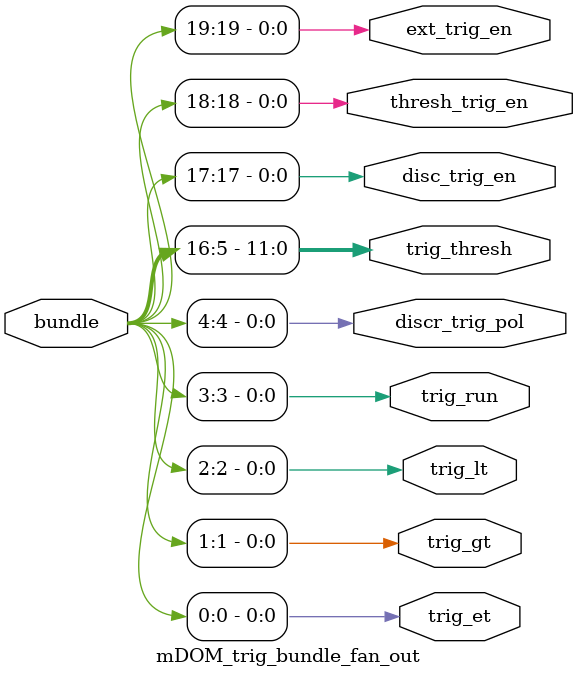
<source format=v>
module mDOM_trig_bundle_fan_out
  (
   bundle,
   trig_et,
   trig_gt,
   trig_lt,
   trig_run,
   discr_trig_pol,
   trig_thresh,
   disc_trig_en,
   thresh_trig_en,
   ext_trig_en
  );

`include "mDOM_trig_bundle_inc.v"

   input [19:0] bundle;
   output [0:0] trig_et;
   output [0:0] trig_gt;
   output [0:0] trig_lt;
   output [0:0] trig_run;
   output [0:0] discr_trig_pol;
   output [11:0] trig_thresh;
   output [0:0] disc_trig_en;
   output [0:0] thresh_trig_en;
   output [0:0] ext_trig_en;

assign trig_et = bundle[0:0];
assign trig_gt = bundle[1:1];
assign trig_lt = bundle[2:2];
assign trig_run = bundle[3:3];
assign discr_trig_pol = bundle[4:4];
assign trig_thresh = bundle[16:5];
assign disc_trig_en = bundle[17:17];
assign thresh_trig_en = bundle[18:18];
assign ext_trig_en = bundle[19:19];

endmodule

</source>
